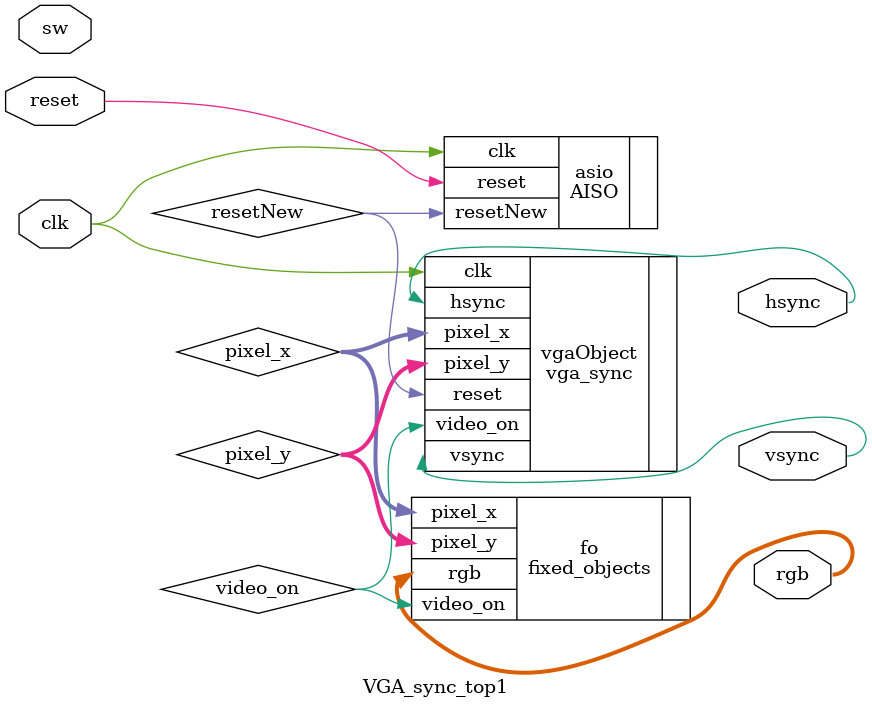
<source format=v>
`timescale 1ns / 1ps
module VGA_sync_top1(
    input         clk  , reset,
    input  [11:0] sw   ,
    output        hsync, vsync,
    output [11:0] rgb
    );
    wire [9:0] pixel_x , pixel_y;//wire pixel count x & pixel count y
    wire       video_on         ;//wire video on
    wire       p_tick           ;//wire for 25Hz tick           
    wire       resetNew         ;//wire for AISO output
    
    
    //instantiation
    //inputs clk, reset
    //outputs resetNew
     AISO asio( .clk     ( clk      ),
                .reset   ( reset    ),
                .resetNew( resetNew )
               );    

    //instantiation for VGA Sync
    //inputs clk, reset, sw, p_tick
    //outputs hsync, vsync, video_on, pixel_x, pixel_y, rgb
    vga_sync vgaObject( .clk      ( clk      ),
              .reset    ( resetNew ),
              .hsync    ( hsync    ),
              .vsync    ( vsync    ), 
              .video_on ( video_on ),
              .pixel_x  ( pixel_x  ),
              .pixel_y  ( pixel_y  )
             );
    //instantiation for rgb_controller
    //input clk, reset, video_on, sw
    //output rgb         
    /*rgb_controller color( .clk(clk),
                          .reset(resetNew),
                          .video_on(video_on),
                          .sw(sw),
                          .rgb(rgb)
                          );*/
                          
    //instantiation for fixed_objects
    //input video_on, pixel_x, pixel_y
    //output rgb         
    fixed_objects fo( .video_on(video_on),
                      .pixel_x(pixel_x),
                      .pixel_y(pixel_y),
                      .rgb(rgb)
                     );

endmodule    
</source>
